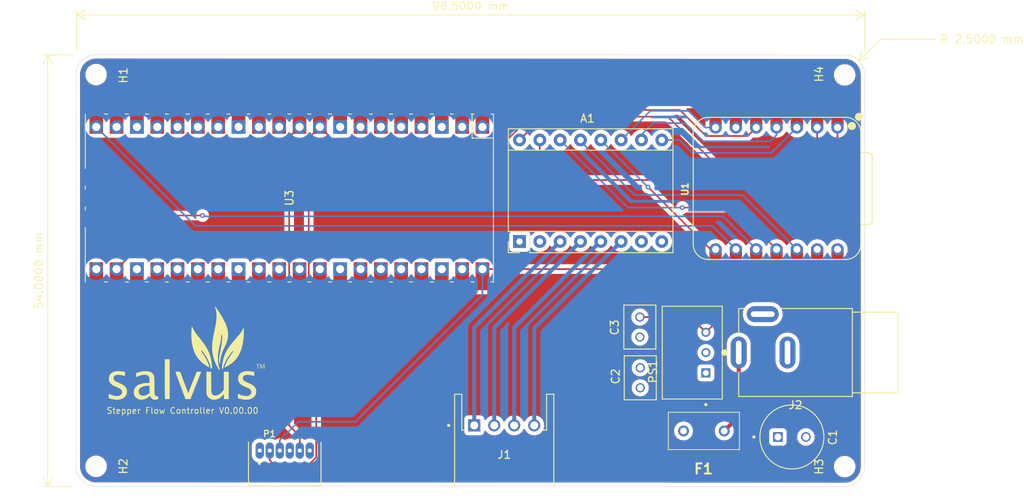
<source format=kicad_pcb>
(kicad_pcb (version 20240108) (generator "pcbnew") (generator_version "8.0")
  (layers (0 "F.Cu" signal) (1 "In1.Cu" power "GND") (2 "In2.Cu" power "24V") (31 "B.Cu" signal) (34 "B.Paste" user) (35 "F.Paste" user) (36 "B.SilkS" user "B.Silkscreen") (37 "F.SilkS" user "F.Silkscreen") (38 "B.Mask" user) (39 "F.Mask" user) (44 "Edge.Cuts" user))
  (net 0 "")
  (net 1 "/M2")
  (net 2 "/M1")
  (net 3 "/3_3")
  (net 4 "Net-(A1-B1)")
  (net 5 "/EN")
  (net 6 "Net-(A1-A1)")
  (net 8 "/M0")
  (net 9 "/STP")
  (net 10 "Net-(A1-A2)")
  (net 11 "/DIR")
  (net 12 "Net-(A1-B2)")
  (net 13 "GND")
  (net 14 "/SDA")
  (net 15 "/B_A")
  (net 16 "/SCL")
  (net 17 "/B_B")
  (net 52 "/SLP")
  (net 89 "Net-(A1-GND-Pad7)")
  (net 90 "/5V")
  (net 91 "/24V")
  (net 92 "Net-(F1-Pad1)")
  (footprint "53048-0610:53048-0610" (layer "F.Cu") (at 137.575 129.5)
    (property "Reference" "P1" (at -1.905 -2.0955 0) (layer "F.SilkS") (effects (font (size 0.8 0.8))))
    (property "Value" "53048-0610")
    (pad "1" thru_hole oval (at -3.125 0) (size 1.016 2.032) (drill 0.508) (layers "*.Cu" "*.Mask"))
    (pad "2" thru_hole oval (at -1.875 0) (size 1.016 2.032) (drill 0.508) (layers "*.Cu" "*.Mask") (net 14 "/SDA"))
    (pad "3" thru_hole oval (at -0.625 0) (size 1.016 2.032) (drill 0.508) (layers "*.Cu" "*.Mask") (net 3 "/3_3"))
    (pad "4" thru_hole oval (at 0.625 0) (size 1.016 2.032) (drill 0.508) (layers "*.Cu" "*.Mask") (net 13 "GND"))
    (pad "5" thru_hole oval (at 1.875 0) (size 1.016 2.032) (drill 0.508) (layers "*.Cu" "*.Mask") (net 16 "/SCL"))
    (pad "6" thru_hole oval (at 3.125 0) (size 1.016 2.032) (drill 0.508) (layers "*.Cu" "*.Mask"))
  )
  (footprint "MountingHole:MountingHole_2.2mm_M2" (layer "F.Cu") (at 207.55 82.51)
    (property "Reference" "H4" (at -3.2 -0.1 -90) (layer "F.SilkS"))
    (property "Value" "MountingHole" (hide yes))
    (pad "" np_thru_hole circle (at 0 0) (size 2.2 2.2) (drill 2.2) (layers "*.Cu" "*.Mask"))
  )
  (footprint "MountingHole:MountingHole_2.2mm_M2" (layer "F.Cu") (at 207.55 131.51)
    (property "Reference" "H3" (at -3.2 0 90) (layer "F.SilkS"))
    (property "Value" "MountingHole" (hide yes))
    (pad "" np_thru_hole circle (at 0 0) (size 2.2 2.2) (drill 2.2) (layers "*.Cu" "*.Mask"))
  )
  (footprint "RPi_Pico_SMD_TH:RPi_Pico_SMD_TH" (layer "F.Cu") (at 138.15 97.91 -90)
    (property "Reference" "U3" (at 0 0 90) (layer "F.SilkS"))
    (property "Value" "OLED")
    (pad "1" thru_hole oval (at -8.89 -24.13 270) (size 1.7 1.7) (drill 1.02) (layers "*.Cu" "*.Mask"))
    (pad "1" smd rect (at -8.89 -24.13 270) (size 3.5 1.7) (drill (offset -0.9 0)) (layers "F.Cu" "F.Mask"))
    (pad "2" thru_hole oval (at -8.89 -21.59 270) (size 1.7 1.7) (drill 1.02) (layers "*.Cu" "*.Mask"))
    (pad "2" smd rect (at -8.89 -21.59 270) (size 3.5 1.7) (drill (offset -0.9 0)) (layers "F.Cu" "F.Mask"))
    (pad "3" thru_hole rect (at -8.89 -19.05 270) (size 1.7 1.7) (drill 1.02) (layers "*.Cu" "*.Mask"))
    (pad "3" smd rect (at -8.89 -19.05 270) (size 3.5 1.7) (drill (offset -0.9 0)) (layers "F.Cu" "F.Mask"))
    (pad "4" thru_hole oval (at -8.89 -16.51 270) (size 1.7 1.7) (drill 1.02) (layers "*.Cu" "*.Mask"))
    (pad "4" smd rect (at -8.89 -16.51 270) (size 3.5 1.7) (drill (offset -0.9 0)) (layers "F.Cu" "F.Mask"))
    (pad "5" thru_hole oval (at -8.89 -13.97 270) (size 1.7 1.7) (drill 1.02) (layers "*.Cu" "*.Mask"))
    (pad "5" smd rect (at -8.89 -13.97 270) (size 3.5 1.7) (drill (offset -0.9 0)) (layers "F.Cu" "F.Mask"))
    (pad "6" thru_hole oval (at -8.89 -11.43 270) (size 1.7 1.7) (drill 1.02) (layers "*.Cu" "*.Mask"))
    (pad "6" smd rect (at -8.89 -11.43 270) (size 3.5 1.7) (drill (offset -0.9 0)) (layers "F.Cu" "F.Mask"))
    (pad "7" thru_hole oval (at -8.89 -8.89 270) (size 1.7 1.7) (drill 1.02) (layers "*.Cu" "*.Mask"))
    (pad "7" smd rect (at -8.89 -8.89 270) (size 3.5 1.7) (drill (offset -0.9 0)) (layers "F.Cu" "F.Mask"))
    (pad "8" thru_hole rect (at -8.89 -6.35 270) (size 1.7 1.7) (drill 1.02) (layers "*.Cu" "*.Mask"))
    (pad "8" smd rect (at -8.89 -6.35 270) (size 3.5 1.7) (drill (offset -0.9 0)) (layers "F.Cu" "F.Mask"))
    (pad "9" thru_hole oval (at -8.89 -3.81 270) (size 1.7 1.7) (drill 1.02) (layers "*.Cu" "*.Mask") (net 14 "/SDA"))
    (pad "9" smd rect (at -8.89 -3.81 270) (size 3.5 1.7) (drill (offset -0.9 0)) (layers "F.Cu" "F.Mask") (net 14 "/SDA"))
    (pad "10" thru_hole oval (at -8.89 -1.27 270) (size 1.7 1.7) (drill 1.02) (layers "*.Cu" "*.Mask") (net 16 "/SCL"))
    (pad "10" smd rect (at -8.89 -1.27 270) (size 3.5 1.7) (drill (offset -0.9 0)) (layers "F.Cu" "F.Mask") (net 16 "/SCL"))
    (pad "11" thru_hole oval (at -8.89 1.27 270) (size 1.7 1.7) (drill 1.02) (layers "*.Cu" "*.Mask"))
    (pad "11" smd rect (at -8.89 1.27 270) (size 3.5 1.7) (drill (offset -0.9 0)) (layers "F.Cu" "F.Mask"))
    (pad "12" thru_hole oval (at -8.89 3.81 270) (size 1.7 1.7) (drill 1.02) (layers "*.Cu" "*.Mask"))
    (pad "12" smd rect (at -8.89 3.81 270) (size 3.5 1.7) (drill (offset -0.9 0)) (layers "F.Cu" "F.Mask"))
    (pad "13" thru_hole rect (at -8.89 6.35 270) (size 1.7 1.7) (drill 1.02) (layers "*.Cu" "*.Mask"))
    (pad "13" smd rect (at -8.89 6.35 270) (size 3.5 1.7) (drill (offset -0.9 0)) (layers "F.Cu" "F.Mask"))
    (pad "14" thru_hole oval (at -8.89 8.89 270) (size 1.7 1.7) (drill 1.02) (layers "*.Cu" "*.Mask"))
    (pad "14" smd rect (at -8.89 8.89 270) (size 3.5 1.7) (drill (offset -0.9 0)) (layers "F.Cu" "F.Mask"))
    (pad "15" thru_hole oval (at -8.89 11.43 270) (size 1.7 1.7) (drill 1.02) (layers "*.Cu" "*.Mask"))
    (pad "15" smd rect (at -8.89 11.43 270) (size 3.5 1.7) (drill (offset -0.9 0)) (layers "F.Cu" "F.Mask"))
    (pad "16" thru_hole oval (at -8.89 13.97 270) (size 1.7 1.7) (drill 1.02) (layers "*.Cu" "*.Mask"))
    (pad "16" smd rect (at -8.89 13.97 270) (size 3.5 1.7) (drill (offset -0.9 0)) (layers "F.Cu" "F.Mask"))
    (pad "17" thru_hole oval (at -8.89 16.51 270) (size 1.7 1.7) (drill 1.02) (layers "*.Cu" "*.Mask"))
    (pad "17" smd rect (at -8.89 16.51 270) (size 3.5 1.7) (drill (offset -0.9 0)) (layers "F.Cu" "F.Mask"))
    (pad "18" thru_hole rect (at -8.89 19.05 270) (size 1.7 1.7) (drill 1.02) (layers "*.Cu" "*.Mask"))
    (pad "18" smd rect (at -8.89 19.05 270) (size 3.5 1.7) (drill (offset -0.9 0)) (layers "F.Cu" "F.Mask"))
    (pad "19" thru_hole oval (at -8.89 21.59 270) (size 1.7 1.7) (drill 1.02) (layers "*.Cu" "*.Mask"))
    (pad "19" smd rect (at -8.89 21.59 270) (size 3.5 1.7) (drill (offset -0.9 0)) (layers "F.Cu" "F.Mask"))
    (pad "20" thru_hole oval (at -8.89 24.13 270) (size 1.7 1.7) (drill 1.02) (layers "*.Cu" "*.Mask") (net 15 "/B_A"))
    (pad "20" smd rect (at -8.89 24.13 270) (size 3.5 1.7) (drill (offset -0.9 0)) (layers "F.Cu" "F.Mask") (net 15 "/B_A"))
    (pad "21" thru_hole oval (at 8.89 24.13 270) (size 1.7 1.7) (drill 1.02) (layers "*.Cu" "*.Mask"))
    (pad "21" smd rect (at 8.89 24.13 270) (size 3.5 1.7) (drill (offset 0.9 0)) (layers "F.Cu" "F.Mask"))
    (pad "22" thru_hole oval (at 8.89 21.59 270) (size 1.7 1.7) (drill 1.02) (layers "*.Cu" "*.Mask") (net 17 "/B_B"))
    (pad "22" smd rect (at 8.89 21.59 270) (size 3.5 1.7) (drill (offset 0.9 0)) (layers "F.Cu" "F.Mask") (net 17 "/B_B"))
    (pad "23" thru_hole rect (at 8.89 19.05 270) (size 1.7 1.7) (drill 1.02) (layers "*.Cu" "*.Mask"))
    (pad "23" smd rect (at 8.89 19.05 270) (size 3.5 1.7) (drill (offset 0.9 0)) (layers "F.Cu" "F.Mask"))
    (pad "24" thru_hole oval (at 8.89 16.51 270) (size 1.7 1.7) (drill 1.02) (layers "*.Cu" "*.Mask"))
    (pad "24" smd rect (at 8.89 16.51 270) (size 3.5 1.7) (drill (offset 0.9 0)) (layers "F.Cu" "F.Mask"))
    (pad "25" thru_hole oval (at 8.89 13.97 270) (size 1.7 1.7) (drill 1.02) (layers "*.Cu" "*.Mask"))
    (pad "25" smd rect (at 8.89 13.97 270) (size 3.5 1.7) (drill (offset 0.9 0)) (layers "F.Cu" "F.Mask"))
    (pad "26" thru_hole oval (at 8.89 11.43 270) (size 1.7 1.7) (drill 1.02) (layers "*.Cu" "*.Mask"))
    (pad "26" smd rect (at 8.89 11.43 270) (size 3.5 1.7) (drill (offset 0.9 0)) (layers "F.Cu" "F.Mask"))
    (pad "27" thru_hole oval (at 8.89 8.89 270) (size 1.7 1.7) (drill 1.02) (layers "*.Cu" "*.Mask"))
    (pad "27" smd rect (at 8.89 8.89 270) (size 3.5 1.7) (drill (offset 0.9 0)) (layers "F.Cu" "F.Mask"))
    (pad "28" thru_hole rect (at 8.89 6.35 270) (size 1.7 1.7) (drill 1.02) (layers "*.Cu" "*.Mask"))
    (pad "28" smd rect (at 8.89 6.35 270) (size 3.5 1.7) (drill (offset 0.9 0)) (layers "F.Cu" "F.Mask"))
    (pad "29" thru_hole oval (at 8.89 3.81 270) (size 1.7 1.7) (drill 1.02) (layers "*.Cu" "*.Mask"))
    (pad "29" smd rect (at 8.89 3.81 270) (size 3.5 1.7) (drill (offset 0.9 0)) (layers "F.Cu" "F.Mask"))
    (pad "30" thru_hole oval (at 8.89 1.27 270) (size 1.7 1.7) (drill 1.02) (layers "*.Cu" "*.Mask"))
    (pad "30" smd rect (at 8.89 1.27 270) (size 3.5 1.7) (drill (offset 0.9 0)) (layers "F.Cu" "F.Mask"))
    (pad "31" thru_hole oval (at 8.89 -1.27 270) (size 1.7 1.7) (drill 1.02) (layers "*.Cu" "*.Mask"))
    (pad "31" smd rect (at 8.89 -1.27 270) (size 3.5 1.7) (drill (offset 0.9 0)) (layers "F.Cu" "F.Mask"))
    (pad "32" thru_hole oval (at 8.89 -3.81 270) (size 1.7 1.7) (drill 1.02) (layers "*.Cu" "*.Mask"))
    (pad "32" smd rect (at 8.89 -3.81 270) (size 3.5 1.7) (drill (offset 0.9 0)) (layers "F.Cu" "F.Mask"))
    (pad "33" thru_hole rect (at 8.89 -6.35 270) (size 1.7 1.7) (drill 1.02) (layers "*.Cu" "*.Mask"))
    (pad "33" smd rect (at 8.89 -6.35 270) (size 3.5 1.7) (drill (offset 0.9 0)) (layers "F.Cu" "F.Mask"))
    (pad "34" thru_hole oval (at 8.89 -8.89 270) (size 1.7 1.7) (drill 1.02) (layers "*.Cu" "*.Mask"))
    (pad "34" smd rect (at 8.89 -8.89 270) (size 3.5 1.7) (drill (offset 0.9 0)) (layers "F.Cu" "F.Mask"))
    (pad "35" thru_hole oval (at 8.89 -11.43 270) (size 1.7 1.7) (drill 1.02) (layers "*.Cu" "*.Mask"))
    (pad "35" smd rect (at 8.89 -11.43 270) (size 3.5 1.7) (drill (offset 0.9 0)) (layers "F.Cu" "F.Mask"))
    (pad "36" thru_hole oval (at 8.89 -13.97 270) (size 1.7 1.7) (drill 1.02) (layers "*.Cu" "*.Mask"))
    (pad "36" smd rect (at 8.89 -13.97 270) (size 3.5 1.7) (drill (offset 0.9 0)) (layers "F.Cu" "F.Mask"))
    (pad "37" thru_hole oval (at 8.89 -16.51 270) (size 1.7 1.7) (drill 1.02) (layers "*.Cu" "*.Mask"))
    (pad "37" smd rect (at 8.89 -16.51 270) (size 3.5 1.7) (drill (offset 0.9 0)) (layers "F.Cu" "F.Mask"))
    (pad "38" thru_hole rect (at 8.89 -19.05 270) (size 1.7 1.7) (drill 1.02) (layers "*.Cu" "*.Mask") (net 13 "GND"))
    (pad "38" smd rect (at 8.89 -19.05 270) (size 3.5 1.7) (drill (offset 0.9 0)) (layers "F.Cu" "F.Mask") (net 13 "GND"))
    (pad "39" thru_hole oval (at 8.89 -21.59 270) (size 1.7 1.7) (drill 1.02) (layers "*.Cu" "*.Mask"))
    (pad "39" smd rect (at 8.89 -21.59 270) (size 3.5 1.7) (drill (offset 0.9 0)) (layers "F.Cu" "F.Mask"))
    (pad "40" thru_hole oval (at 8.89 -24.13 270) (size 1.7 1.7) (drill 1.02) (layers "*.Cu" "*.Mask") (net 3 "/3_3"))
    (pad "40" smd rect (at 8.89 -24.13 270) (size 3.5 1.7) (drill (offset 0.9 0)) (layers "F.Cu" "F.Mask") (net 3 "/3_3"))
  )
  (footprint "JST_S4B-XH-A-1:JST_S4B-XH-A-1" (layer "F.Cu") (at 165 128.2)
    (property "Reference" "J1" (at 0.01 1.8125 0) (layer "F.SilkS"))
    (property "Value" "S4B-XH-A-1")
    (pad "1" thru_hole rect (at -3.75 -1.85) (size 1.508 1.508) (drill 1) (layers "*.Cu" "*.Mask") (net 10 "Net-(A1-A2)"))
    (pad "2" thru_hole circle (at -1.25 -1.85) (size 1.508 1.508) (drill 1) (layers "*.Cu" "*.Mask") (net 6 "Net-(A1-A1)"))
    (pad "3" thru_hole circle (at 1.25 -1.85) (size 1.508 1.508) (drill 1) (layers "*.Cu" "*.Mask") (net 4 "Net-(A1-B1)"))
    (pad "4" thru_hole circle (at 3.75 -1.85) (size 1.508 1.508) (drill 1) (layers "*.Cu" "*.Mask") (net 12 "Net-(A1-B2)"))
  )
  (footprint "CAPRB250W50L550T400H700:CAPRB250W50L550T400H700" (layer "F.Cu") (at 182 120.4 90)
    (property "Reference" "C2" (at 0.175 -3.085 90) (layer "F.SilkS"))
    (property "Value" "FG11X7R1H106KRT06")
    (pad "1" thru_hole circle (at -1.25 0 90) (size 1.15 1.15) (drill 0.8) (layers "*.Cu" "*.Mask") (net 91 "/24V"))
    (pad "2" thru_hole circle (at 1.25 0 90) (size 1.15 1.15) (drill 0.8) (layers "*.Cu" "*.Mask") (net 13 "GND"))
  )
  (footprint "EEHAZA1V101B:EEHAZA1V101B" (layer "F.Cu") (at 200.95 127.8)
    (property "Reference" "C1" (at 5.1 0.05 90) (layer "F.SilkS"))
    (property "Value" "EEHAZA1V101B")
    (pad "N" thru_hole circle (at 1.75 0) (size 1.2 1.2) (drill 0.85) (layers "*.Cu" "*.Mask") (net 13 "GND"))
    (pad "P" thru_hole rect (at -1.75 0) (size 1.2 1.2) (drill 0.85) (layers "*.Cu" "*.Mask") (net 91 "/24V"))
  )
  (footprint "BKPCB3R:BKPCB3R" (layer "F.Cu") (at 192.49 127.05 180)
    (property "Reference" "F1" (at 2.59 -4.75 0) (layer "F.SilkS") (effects (font (size 1.27 1.27) (thickness 0.254))))
    (property "Value" "BK_PCB-3-R" (hide yes))
    (pad "1" thru_hole circle (at 0 0 180) (size 1.365 1.365) (drill 0.84) (layers "*.Cu" "*.Mask") (net 92 "Net-(F1-Pad1)"))
    (pad "2" thru_hole circle (at 5.08 0 180) (size 1.365 1.365) (drill 0.84) (layers "*.Cu" "*.Mask") (net 91 "/24V"))
  )
  (footprint "MountingHole:MountingHole_2.2mm_M2" (layer "F.Cu") (at 114 131.47)
    (property "Reference" "H2" (at 3.4 0 90) (layer "F.SilkS"))
    (property "Value" "MountingHole" (hide yes))
    (pad "" np_thru_hole circle (at 0 0) (size 2.2 2.2) (drill 2.2) (layers "*.Cu" "*.Mask"))
  )
  (footprint "CAPRB250W50L550T400H700:CAPRB250W50L550T400H700" (layer "F.Cu") (at 181.95 114.05 -90)
    (property "Reference" "C3" (at 0.05 3.15 90) (layer "F.SilkS"))
    (property "Value" "FK11X7R1A226MR020")
    (pad "1" thru_hole circle (at -1.25 0 270) (size 1.15 1.15) (drill 0.8) (layers "*.Cu" "*.Mask") (net 90 "/5V"))
    (pad "2" thru_hole circle (at 1.25 0 270) (size 1.15 1.15) (drill 0.8) (layers "*.Cu" "*.Mask") (net 13 "GND"))
  )
  (footprint "CONV_TSR_1-2450E:CONV_TSR_1-2450E" (layer "F.Cu") (at 188.5 117.25 90)
    (property "Reference" "PS1" (at -2.375 -4.915 90) (layer "F.SilkS"))
    (property "Value" "TSR_1-2450E")
    (pad "1" thru_hole rect (at -2.54 1.7 90) (size 1.13 1.13) (drill 0.73) (layers "*.Cu" "*.Mask") (net 91 "/24V"))
    (pad "2" thru_hole circle (at 0 1.7 90) (size 1.13 1.13) (drill 0.73) (layers "*.Cu" "*.Mask") (net 13 "GND"))
    (pad "3" thru_hole circle (at 2.54 1.7 90) (size 1.13 1.13) (drill 0.73) (layers "*.Cu" "*.Mask") (net 90 "/5V"))
  )
  (footprint "logo:logo" (layer "F.Cu") (at 125.25 117.4)
    (property "Reference" "G***" (hide yes))
    (property "Value" "LOGO" (hide yes))
  )
  (footprint "XIAO-RP2040-DIP:XIAO-RP2040-DIP" (layer "F.Cu") (at 199.0315 96.7095 -90)
    (property "Reference" "U1" (at 0.0905 11.4315 90) (layer "F.SilkS") (effects (font (size 0.8 0.8) (thickness 0.2) (bold yes))))
    (property "Value" "XIAO RP2040")
    (pad "1" smd roundrect (at -8.455 -7.62 90) (size 2.432 1.524) (layers "F.Cu" "F.Mask") (roundrect_rratio 0.1) (net 9 "/STP"))
    (pad "1" thru_hole circle (at -7.62 -7.62 90) (size 1.524 1.524) (drill 0.889) (layers "*.Cu" "*.Mask") (net 9 "/STP"))
    (pad "2" smd roundrect (at -8.455 -5.08 90) (size 2.432 1.524) (layers "F.Cu" "F.Mask") (roundrect_rratio 0.1) (net 11 "/DIR"))
    (pad "2" thru_hole circle (at -7.62 -5.08 90) (size 1.524 1.524) (drill 0.889) (layers "*.Cu" "*.Mask") (net 11 "/DIR"))
    (pad "3" smd roundrect (at -8.455 -2.54 90) (size 2.432 1.524) (layers "F.Cu" "F.Mask") (roundrect_rratio 0.1) (net 5 "/EN"))
    (pad "3" thru_hole circle (at -7.62 -2.54 90) (size 1.524 1.524) (drill 0.889) (layers "*.Cu" "*.Mask") (net 5 "/EN"))
    (pad "4" smd roundrect (at -8.455 0 90) (size 2.432 1.524) (layers "F.Cu" "F.Mask") (roundrect_rratio 0.1) (net 8 "/M0"))
    (pad "4" thru_hole circle (at -7.62 0 90) (size 1.524 1.524) (drill 0.889) (layers "*.Cu" "*.Mask") (net 8 "/M0"))
    (pad "5" smd roundrect (at -8.455 2.54 90) (size 2.432 1.524) (layers "F.Cu" "F.Mask") (roundrect_rratio 0.1) (net 14 "/SDA"))
    (pad "5" thru_hole circle (at -7.62 2.54 90) (size 1.524 1.524) (drill 0.889) (layers "*.Cu" "*.Mask") (net 14 "/SDA"))
    (pad "6" smd roundrect (at -8.455 5.08 90) (size 2.432 1.524) (layers "F.Cu" "F.Mask") (roundrect_rratio 0.1) (net 16 "/SCL"))
    (pad "6" thru_hole circle (at -7.62 5.08 90) (size 1.524 1.524) (drill 0.889) (layers "*.Cu" "*.Mask") (net 16 "/SCL"))
    (pad "7" smd roundrect (at -8.455 7.62 90) (size 2.432 1.524) (layers "F.Cu" "F.Mask") (roundrect_rratio 0.1) (net 2 "/M1"))
    (pad "7" thru_hole circle (at -7.62 7.62 90) (size 1.524 1.524) (drill 0.889) (layers "*.Cu" "*.Mask") (net 2 "/M1"))
    (pad "8" thru_hole circle (at 7.62 7.62 270) (size 1.524 1.524) (drill 0.889) (layers "*.Cu" "*.Mask") (net 1 "/M2"))
    (pad "8" smd roundrect (at 8.455 7.62 270) (size 2.432 1.524) (layers "F.Cu" "F.Mask") (roundrect_rratio 0.1) (net 1 "/M2"))
    (pad "9" thru_hole circle (at 7.62 5.08 270) (size 1.524 1.524) (drill 0.889) (layers "*.Cu" "*.Mask") (net 15 "/B_A"))
    (pad "9" smd roundrect (at 8.455 5.08 270) (size 2.432 1.524) (layers "F.Cu" "F.Mask") (roundrect_rratio 0.1) (net 15 "/B_A"))
    (pad "10" thru_hole circle (at 7.62 2.54 270) (size 1.524 1.524) (drill 0.889) (layers "*.Cu" "*.Mask") (net 17 "/B_B"))
    (pad "10" smd roundrect (at 8.455 2.54 270) (size 2.432 1.524) (layers "F.Cu" "F.Mask") (roundrect_rratio 0.1) (net 17 "/B_B"))
    (pad "11" thru_hole circle (at 7.62 0 270) (size 1.524 1.524) (drill 0.889) (layers "*.Cu" "*.Mask") (net 52 "/SLP"))
    (pad "11" smd roundrect (at 8.455 0 270) (size 2.432 1.524) (layers "F.Cu" "F.Mask") (roundrect_rratio 0.1) (net 52 "/SLP"))
    (pad "12" thru_hole circle (at 7.62 -2.54 270) (size 1.524 1.524) (drill 0.889) (layers "*.Cu" "*.Mask") (net 3 "/3_3"))
    (pad "12" smd roundrect (at 8.455 -2.54 270) (size 2.432 1.524) (layers "F.Cu" "F.Mask") (roundrect_rratio 0.1) (net 3 "/3_3"))
    (pad "13" thru_hole circle (at 7.62 -5.08 270) (size 1.524 1.524) (drill 0.889) (layers "*.Cu" "*.Mask") (net 13 "GND"))
    (pad "13" smd roundrect (at 8.455 -5.08 270) (size 2.432 1.524) (layers "F.Cu" "F.Mask") (roundrect_rratio 0.1) (net 13 "GND"))
    (pad "14" thru_hole circle (at 7.62 -7.62 270) (size 1.524 1.524) (drill 0.889) (layers "*.Cu" "*.Mask") (net 90 "/5V"))
    (pad "14" smd roundrect (at 8.455 -7.62 270) (size 2.432 1.524) (layers "F.Cu" "F.Mask") (roundrect_rratio 0.1) (net 90 "/5V"))
  )
  (footprint "MountingHole:MountingHole_2.2mm_M2" (layer "F.Cu") (at 114 82.47)
    (property "Reference" "H1" (at 3.4 0.1 -90) (layer "F.SilkS"))
    (property "Value" "MountingHole" (hide yes))
    (pad "" np_thru_hole circle (at 0 0) (size 2.2 2.2) (drill 2.2) (layers "*.Cu" "*.Mask"))
  )
  (footprint "Module:Pololu_Breakout-16_15.2x20.3mm" (layer "F.Cu") (at 166.91 103.35 90)
    (property "Reference" "A1" (at 15.39 8.49 0) (layer "F.SilkS"))
    (property "Value" "Pololu_Breakout_DRV8825")
    (pad "1" thru_hole rect (at 0 0 90) (size 1.6 1.6) (drill 0.8) (layers "*.Cu" "*.Mask") (net 13 "GND"))
    (pad "2" thru_hole oval (at 0 2.54 90) (size 1.6 1.6) (drill 0.8) (layers "*.Cu" "*.Mask"))
    (pad "3" thru_hole oval (at 0 5.08 90) (size 1.6 1.6) (drill 0.8) (layers "*.Cu" "*.Mask") (net 10 "Net-(A1-A2)"))
    (pad "4" thru_hole oval (at 0 7.62 90) (size 1.6 1.6) (drill 0.8) (layers "*.Cu" "*.Mask") (net 6 "Net-(A1-A1)"))
    (pad "5" thru_hole oval (at 0 10.16 90) (size 1.6 1.6) (drill 0.8) (layers "*.Cu" "*.Mask") (net 4 "Net-(A1-B1)"))
    (pad "6" thru_hole oval (at 0 12.7 90) (size 1.6 1.6) (drill 0.8) (layers "*.Cu" "*.Mask") (net 12 "Net-(A1-B2)"))
    (pad "7" thru_hole oval (at 0 15.24 90) (size 1.6 1.6) (drill 0.8) (layers "*.Cu" "*.Mask") (net 89 "Net-(A1-GND-Pad7)"))
    (pad "8" thru_hole oval (at 0 17.78 90) (size 1.6 1.6) (drill 0.8) (layers "*.Cu" "*.Mask") (net 91 "/24V"))
    (pad "9" thru_hole oval (at 12.7 17.78 90) (size 1.6 1.6) (drill 0.8) (layers "*.Cu" "*.Mask") (net 5 "/EN"))
    (pad "10" thru_hole oval (at 12.7 15.24 90) (size 1.6 1.6) (drill 0.8) (layers "*.Cu" "*.Mask") (net 8 "/M0"))
    (pad "11" thru_hole oval (at 12.7 12.7 90) (size 1.6 1.6) (drill 0.8) (layers "*.Cu" "*.Mask") (net 2 "/M1"))
    (pad "12" thru_hole oval (at 12.7 10.16 90) (size 1.6 1.6) (drill 0.8) (layers "*.Cu" "*.Mask") (net 1 "/M2"))
    (pad "13" thru_hole oval (at 12.7 7.62 90) (size 1.6 1.6) (drill 0.8) (layers "*.Cu" "*.Mask") (net 3 "/3_3"))
    (pad "14" thru_hole oval (at 12.7 5.08 90) (size 1.6 1.6) (drill 0.8) (layers "*.Cu" "*.Mask") (net 52 "/SLP"))
    (pad "15" thru_hole oval (at 12.7 2.54 90) (size 1.6 1.6) (drill 0.8) (layers "*.Cu" "*.Mask") (net 9 "/STP"))
    (pad "16" thru_hole oval (at 12.7 0 90) (size 1.6 1.6) (drill 0.8) (layers "*.Cu" "*.Mask") (net 11 "/DIR"))
  )
  (footprint "CUI_PJ-067B:CUI_PJ-067B" (layer "F.Cu") (at 201.4025 117.235)
    (property "Reference" "J2" (at -0.0025 6.575 0) (layer "F.SilkS") (effects (font (size 1.000457 1.000457))))
    (property "Value" "PJ-067B")
    (pad "1" thru_hole oval (at -7.1 0) (size 2 4) (drill oval 0.7 3) (layers "*.Cu" "*.Mask") (net 92 "Net-(F1-Pad1)"))
    (pad "2" thru_hole oval (at -1 0) (size 2 4) (drill oval 0.7 3) (layers "*.Cu" "*.Mask") (net 13 "GND"))
    (pad "3" thru_hole oval (at -4.1 -4.8) (size 4 2) (drill oval 3 0.7) (layers "*.Cu" "*.Mask") (net 13 "GND"))
  )
  (gr_arc (start 114 133.97) (mid 112.232233 133.237767) (end 111.5 131.47) (stroke (width 0.05)) (layer "Edge.Cuts"))
  (gr_line (start 210.05 82.51) (end 210.05 131.51) (stroke (width 0.05)) (layer "Edge.Cuts"))
  (gr_arc (start 111.5 82.47) (mid 112.232233 80.702233) (end 114 79.97) (stroke (width 0.05)) (layer "Edge.Cuts"))
  (gr_line (start 111.5 131.47) (end 111.5 82.47) (stroke (width 0.05)) (layer "Edge.Cuts"))
  (gr_line (start 114 133.97) (end 207.55 134.01) (stroke (width 0.05)) (layer "Edge.Cuts"))
  (gr_line (start 207.55 80.01) (end 114 79.97) (stroke (width 0.05)) (layer "Edge.Cuts"))
  (gr_arc (start 210.05 131.51) (mid 209.317767 133.277767) (end 207.55 134.01) (stroke (width 0.05)) (layer "Edge.Cuts"))
  (gr_arc (start 207.55 80.01) (mid 209.317767 80.742233) (end 210.05 82.51) (stroke (width 0.05)) (layer "Edge.Cuts"))
  (gr_text "Stepper Flow Controller V0.00.00" (at 115.25 124.95 0) (layer "F.SilkS") (effects (font (size 0.75 0.75) (thickness 0.1)) (justify left bottom)))
  (dimension (type aligned) (layer "F.SilkS") (pts (xy 111.55 80) (xy 210.05 80)) (height -5) (gr_text "98.5000 mm" (at 160.8 73.9 0) (layer "F.SilkS") (effects (font (size 1 1) (thickness 0.1)))) (format (prefix "") (suffix "") (units 3) (units_format 1) (precision 4)) (style (thickness 0.1) (arrow_length 1.27) (text_position_mode 0) (extension_height 0.58642) (extension_offset 0.5) keep_text_aligned))
  (dimension (type aligned) (layer "F.SilkS") (pts (xy 111.55 80) (xy 111.55 134)) (height 3.6) (gr_text "54.0000 mm" (at 106.85 107 90) (layer "F.SilkS") (effects (font (size 1 1) (thickness 0.1)))) (format (prefix "") (suffix "") (units 3) (units_format 1) (precision 4)) (style (thickness 0.1) (arrow_length 1.27) (text_position_mode 0) (extension_height 0.58642) (extension_offset 0.5) keep_text_aligned))
  (dimension (type radial) (layer "F.SilkS") (pts (xy 207.55 82.51) (xy 209.317767 80.742233)) (leader_length 3.81) (gr_text "R 2.5000 mm" (at 224.711844 78.048156 0) (layer "F.SilkS") (effects (font (size 1 1) (thickness 0.1)))) (format (prefix "R ") (suffix "") (units 3) (units_format 1) (precision 4)) (style (thickness 0.1) (arrow_length 1.27) (text_position_mode 0) (extension_offset 0.5) keep_text_aligned))
  (segment (start 190.7695 104.3295) (end 191.4115 104.3295) (width 0.2) (layer "F.Cu") (net 1))
  (segment (start 182.9875 96.5475) (end 190.7695 104.3295) (width 0.2) (layer "F.Cu") (net 1))
  (via (at 182.9875 96.5475) (size 0.6) (drill 0.3) (layers "F.Cu" "B.Cu") (net 1))
  (segment (start 182.9875 96.5475) (end 182.9675 96.5475) (width 0.2) (layer "B.Cu") (net 1))
  (segment (start 182.9675 96.5475) (end 177.07 90.65) (width 0.2) (layer "B.Cu") (net 1))
  (segment (start 188.05 87.01) (end 183.25 87.01) (width 0.2) (layer "B.Cu") (net 2))
  (segment (start 190.1295 89.0895) (end 188.05 87.01) (width 0.2) (layer "B.Cu") (net 2))
  (segment (start 191.4115 89.0895) (end 190.1295 89.0895) (width 0.2) (layer "B.Cu") (net 2))
  (segment (start 183.25 87.01) (end 179.61 90.65) (width 0.2) (layer "B.Cu") (net 2))
  (segment (start 179.61 90.65) (end 179.61 89.95) (width 0.2) (layer "B.Cu") (net 2))
  (segment (start 200.17863 106.8) (end 162.28 106.8) (width 0.2) (layer "F.Cu") (net 3))
  (segment (start 201.5715 105.40713) (end 200.17863 106.8) (width 0.2) (layer "F.Cu") (net 3))
  (segment (start 201.5715 104.3295) (end 201.5715 105.40713) (width 0.2) (layer "F.Cu") (net 3))
  (segment (start 139.265315 125.9) (end 136.95 128.215315) (width 0.2) (layer "B.Cu") (net 3))
  (segment (start 146.4 125.9) (end 139.265315 125.9) (width 0.2) (layer "B.Cu") (net 3))
  (segment (start 181.275 97.535) (end 174.53 90.79) (width 0.2) (layer "B.Cu") (net 3))
  (segment (start 136.95 128.215315) (end 136.95 129.5) (width 0.2) (layer "B.Cu") (net 3))
  (segment (start 162.28 110.02) (end 146.4 125.9) (width 0.2) (layer "B.Cu") (net 3))
  (segment (start 162.28 106.8) (end 162.28 110.02) (width 0.2) (layer "B.Cu") (net 3))
  (segment (start 201.5715 104.3295) (end 194.777 97.535) (width 0.2) (layer "B.Cu") (net 3))
  (segment (start 174.53 90.79) (end 174.53 90.65) (width 0.2) (layer "B.Cu") (net 3))
  (segment (start 194.777 97.535) (end 181.275 97.535) (width 0.2) (layer "B.Cu") (net 3))
  (segment (start 177 103.35) (end 166.25 114.1) (width 0.5) (layer "B.Cu") (net 4))
  (segment (start 177.07 103.35) (end 177 103.35) (width 0.2) (layer "B.Cu") (net 4))
  (segment (start 166.25 114.1) (end 166.25 126.35) (width 0.5) (layer "B.Cu") (net 4))
  (segment (start 185.05 91.01) (end 184.69 90.65) (width 0.2) (layer "F.Cu") (net 5))
  (segment (start 201.5715 89.0895) (end 198.401 92.26) (width 0.2) (layer "B.Cu") (net 5))
  (segment (start 198.401 92.26) (end 188.5 92.26) (width 0.2) (layer "B.Cu") (net 5))
  (segment (start 186.89 90.65) (end 184.69 90.65) (width 0.2) (layer "B.Cu") (net 5))
  (segment (start 188.5 92.26) (end 186.89 90.65) (width 0.2) (layer "B.Cu") (net 5))
  (segment (start 163.75 114.13) (end 174.53 103.35) (width 0.5) (layer "B.Cu") (net 6))
  (segment (start 163.75 126.35) (end 163.75 114.13) (width 0.5) (layer "B.Cu") (net 6))
  (segment (start 198.8 89.321) (end 199.0315 89.0895) (width 0.2) (layer "F.Cu") (net 8))
  (segment (start 187.575 88.535) (end 183.6 88.535) (width 0.2) (layer "B.Cu") (net 8))
  (segment (start 198.25 90.81) (end 189.85 90.81) (width 0.2) (layer "B.Cu") (net 8))
  (segment (start 189.85 90.81) (end 187.575 88.535) (width 0.2) (layer "B.Cu") (net 8))
  (segment (start 183.6 88.535) (end 182.15 89.985) (width 0.2) (layer "B.Cu") (net 8))
  (segment (start 182.15 89.985) (end 182.15 90.65) (width 0.2) (layer "B.Cu") (net 8))
  (segment (start 199.0315 89.0895) (end 199.0315 90.0285) (width 0.2) (layer "B.Cu") (net 8))
  (segment (start 199.0315 90.0285) (end 198.25 90.81) (width 0.2) (layer "B.Cu") (net 8))
  (segment (start 201.25 95.66) (end 173.2 95.66) (width 0.2) (layer "F.Cu") (net 9))
  (segment (start 206.6515 90.2585) (end 201.25 95.66) (width 0.2) (layer "F.Cu") (net 9))
  (segment (start 206.6515 89.0895) (end 206.6515 90.2585) (width 0.2) (layer "F.Cu") (net 9))
  (segment (start 206.6515 88.2545) (end 206.6515 89.0895) (width 0.2) (layer "F.Cu") (net 9))
  (segment (start 169.45 91.91) (end 169.45 90.65) (width 0.2) (layer "F.Cu") (net 9))
  (segment (start 173.2 95.66) (end 169.45 91.91) (width 0.2) (layer "F.Cu") (net 9))
  (segment (start 171.99 103.35) (end 161.25 114.09) (width 0.5) (layer "B.Cu") (net 10))
  (segment (start 161.25 114.09) (end 161.25 126.35) (width 0.5) (layer "B.Cu") (net 10))
  (segment (start 191.475 93.76) (end 185.45 87.735) (width 0.2) (layer "F.Cu") (net 11))
  (segment (start 169.825 87.735) (end 166.91 90.65) (width 0.2) (layer "F.Cu") (net 11))
  (segment (start 204.1115 89.0895) (end 204.1115 90.4485) (width 0.2) (layer "F.Cu") (net 11))
  (segment (start 200.8 93.76) (end 191.475 93.76) (width 0.2) (layer "F.Cu") (net 11))
  (segment (start 204.1115 90.4485) (end 200.8 93.76) (width 0.2) (layer "F.Cu") (net 11))
  (segment (start 185.45 87.735) (end 169.825 87.735) (width 0.2) (layer "F.Cu") (net 11))
  (segment (start 204.1115 88.2545) (end 204.1115 89.0895) (width 0.2) (layer "F.Cu") (net 11))
  (segment (start 168.75 126.35) (end 168.75 114.21) (width 0.5) (layer "B.Cu") (net 12))
  (segment (start 168.75 114.21) (end 179.61 103.35) (width 0.5) (layer "B.Cu") (net 12))
  (segment (start 141.508 130.342685) (end 140.750685 131.1) (width 0.2) (layer "F.Cu") (net 14))
  (segment (start 136.084 131.1) (end 135.7 130.716) (width 0.2) (layer "F.Cu") (net 14))
  (segment (start 141.96 89.02) (end 144.69 91.75) (width 0.2) (layer "F.Cu") (net 14))
  (segment (start 141.508 110.618) (end 141.508 130.342685) (width 0.2) (layer "F.Cu") (net 14))
  (segment (start 135.7 130.716) (end 135.7 129.5) (width 0.2) (layer "F.Cu") (net 14))
  (segment (start 140.750685 131.1) (end 136.084 131.1) (width 0.2) (layer "F.Cu") (net 14))
  (segment (start 164.254365 91.75) (end 169.104365 86.9) (width 0.2) (layer "F.Cu") (net 14))
  (segment (start 190.2015 90.1515) (end 195.4295 90.1515) (width 0.2) (layer "F.Cu") (net 14))
  (segment (start 141.96 89.02) (end 140.5 90.48) (width 0.2) (layer "F.Cu") (net 14))
  (segment (start 169.104365 86.9) (end 186.95 86.9) (width 0.2) (layer "F.Cu") (net 14))
  (segment (start 186.95 86.9) (end 190.2015 90.1515) (width 0.2) (layer "F.Cu") (net 14))
  (segment (start 140.5 90.48) (end 140.57 90.55) (width 0.2) (layer "F.Cu") (net 14))
  (segment (start 195.4295 90.1515) (end 196.4915 89.0895) (width 0.2) (layer "F.Cu") (net 14))
  (segment (start 140.57 90.55) (end 140.57 109.68) (width 0.2) (layer "F.Cu") (net 14))
  (segment (start 144.69 91.75) (end 164.254365 91.75) (width 0.2) (layer "F.Cu") (net 14))
  (segment (start 140.57 109.68) (end 141.508 110.618) (width 0.2) (layer "F.Cu") (net 14))
  (segment (start 193.8 105.316) (end 193.9515 105.1645) (width 0.2) (layer "F.Cu") (net 15))
  (segment (start 193.9515 104.3295) (end 191.022 101.4) (width 0.2) (layer "B.Cu") (net 15))
  (segment (start 191.022 101.4) (end 126.4 101.4) (width 0.2) (layer "B.Cu") (net 15))
  (segment (start 126.4 101.4) (end 114.02 89.02) (width 0.2) (layer "B.Cu") (net 15))
  (segment (start 139.45 129.5) (end 139.45 127.7) (width 0.2) (layer "F.Cu") (net 16))
  (segment (start 138.13 90.31) (end 139.42 89.02) (width 0.2) (layer "F.Cu") (net 16))
  (segment (start 193.9515 89.0895) (end 193.9515 88.01187) (width 0.2) (layer "F.Cu") (net 16))
  (segment (start 139.45 127.7) (end 138.13 126.38) (width 0.2) (layer "F.Cu") (net 16))
  (segment (start 139.42 86.78) (end 139.42 89.02) (width 0.2) (layer "F.Cu") (net 16))
  (segment (start 192.00963 86.07) (end 140.13 86.07) (width 0.2) (layer "F.Cu") (net 16))
  (segment (start 138.13 126.38) (end 138.13 90.31) (width 0.2) (layer "F.Cu") (net 16))
  (segment (start 193.9515 88.01187) (end 192.00963 86.07) (width 0.2) (layer "F.Cu") (net 16))
  (segment (start 140.13 86.07) (end 139.42 86.78) (width 0.2) (layer "F.Cu") (net 16))
  (segment (start 127.3 100.1) (end 123.26 100.1) (width 0.2) (layer "F.Cu") (net 17))
  (segment (start 123.26 100.1) (end 116.56 106.8) (width 0.2) (layer "F.Cu") (net 17))
  (segment (start 196.3 105.356) (end 196.4915 105.1645) (width 0.2) (layer "F.Cu") (net 17))
  (via (at 127.3 100.1) (size 0.6) (drill 0.3) (layers "F.Cu" "B.Cu") (net 17))
  (segment (start 127.4 100.2) (end 192.362 100.2) (width 0.2) (layer "B.Cu") (net 17))
  (segment (start 192.362 100.2) (end 196.4915 104.3295) (width 0.2) (layer "B.Cu") (net 17))
  (segment (start 127.3 100.1) (end 127.4 100.2) (width 0.2) (layer "B.Cu") (net 17))
  (segment (start 193.812 99.11) (end 199.0315 104.3295) (width 0.2) (layer "F.Cu") (net 52))
  (segment (start 187.25 99.11) (end 193.812 99.11) (width 0.2) (layer "F.Cu") (net 52))
  (via (at 187.25 99.11) (size 0.6) (drill 0.3) (layers "F.Cu" "B.Cu") (net 52))
  (segment (start 180.45 99.11) (end 171.99 90.65) (width 0.2) (layer "B.Cu") (net 52))
  (segment (start 187.25 99.11) (end 180.45 99.11) (width 0.2) (layer "B.Cu") (net 52))
  (segment (start 195.91 109) (end 202.816 109) (width 0.2) (layer "F.Cu") (net 90))
  (segment (start 202.816 109) (end 206.6515 105.1645) (width 0.2) (layer "F.Cu") (net 90))
  (segment (start 181.95 112.8) (end 188.29 112.8) (width 0.2) (layer "F.Cu") (net 90))
  (segment (start 190.2 114.71) (end 195.91 109) (width 0.2) (layer "F.Cu") (net 90))
  (segment (start 188.29 112.8) (end 190.2 114.71) (width 0.2) (layer "F.Cu") (net 90))
  (segment (start 194.3025 117.235) (end 194.3025 125.2375) (width 0.5) (layer "F.Cu") (net 92))
  (segment (start 194.3025 125.2375) (end 192.49 127.05) (width 0.5) (layer "F.Cu") (net 92))
  (zone (net 0) (net_name "") (layer "F.Cu") (priority 2) (connect_pads (clearance 0.5)) (min_thickness 0.25) (fill yes (thermal_gap 0.5) (thermal_bridge_width 0.5) (island_removal_mode 1) (island_area_min 10))
    (polygon (pts (xy 111.5 80) (xy 111.5 134) (xy 210.05 134) (xy 210.05 80)))
  )
  (zone (net 0) (net_name "") (layer "B.Cu") (priority 3) (connect_pads (clearance 0.5)) (min_thickness 0.25) (fill yes (thermal_gap 0.5) (thermal_bridge_width 0.5) (island_removal_mode 1) (island_area_min 10))
    (polygon (pts (xy 111.5 80) (xy 111.5 134) (xy 210.05 134) (xy 210.05 80)))
  )
)
</source>
